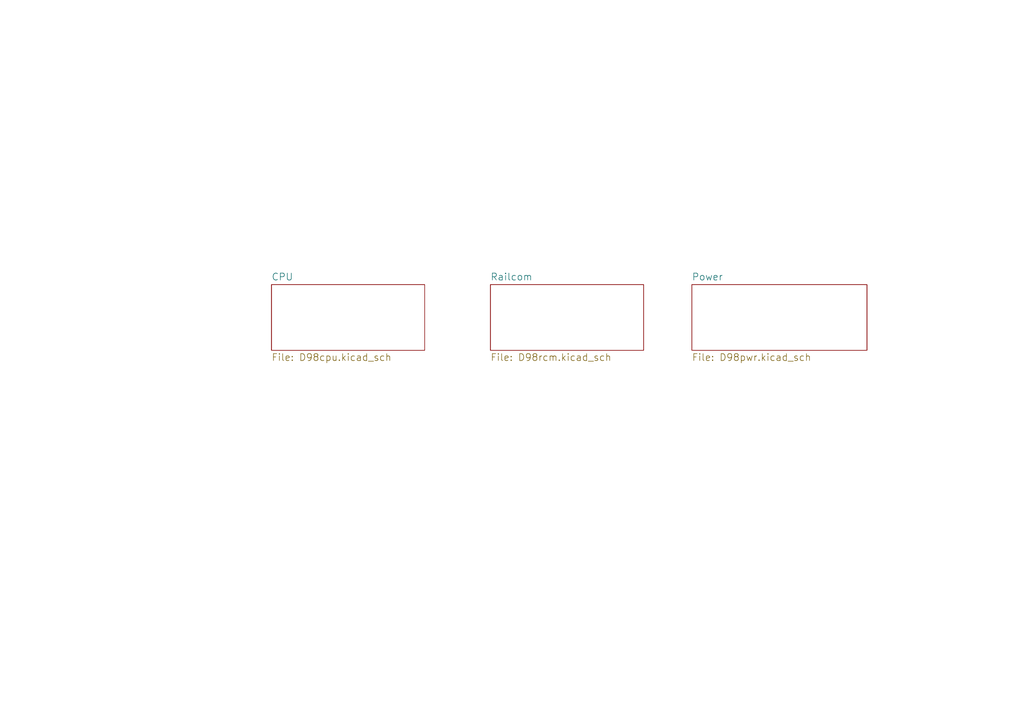
<source format=kicad_sch>
(kicad_sch
	(version 20250114)
	(generator "eeschema")
	(generator_version "9.0")
	(uuid "a8d41490-499e-4a0c-9bc7-5951287860d2")
	(paper "A4")
	(title_block
		(title "RTB D98-Function NEM651 Decoder")
		(date "2026-02-20")
		(rev "0")
		(company "Frank Schumacher/Felix Schilberth")
		(comment 1 "Funktions Decoder NEM651")
		(comment 4 "Licensed under the Apache License, Version 2")
	)
	(lib_symbols)
	(sheet
		(at 78.74 82.55)
		(size 44.45 19.05)
		(exclude_from_sim no)
		(in_bom yes)
		(on_board yes)
		(dnp no)
		(fields_autoplaced yes)
		(stroke
			(width 0)
			(type solid)
		)
		(fill
			(color 0 0 0 0.0000)
		)
		(uuid "00000000-0000-0000-0000-00005b6c6b9d")
		(property "Sheetname" "CPU"
			(at 78.74 81.4701 0)
			(effects
				(font
					(size 2.0066 2.0066)
				)
				(justify left bottom)
			)
		)
		(property "Sheetfile" "D98cpu.kicad_sch"
			(at 78.74 102.4792 0)
			(effects
				(font
					(size 2.0066 2.0066)
				)
				(justify left top)
			)
		)
		(instances
			(project "D98"
				(path "/a8d41490-499e-4a0c-9bc7-5951287860d2"
					(page "2")
				)
			)
		)
	)
	(sheet
		(at 142.24 82.55)
		(size 44.45 19.05)
		(exclude_from_sim no)
		(in_bom yes)
		(on_board yes)
		(dnp no)
		(fields_autoplaced yes)
		(stroke
			(width 0)
			(type solid)
		)
		(fill
			(color 0 0 0 0.0000)
		)
		(uuid "00000000-0000-0000-0000-00005b6d3404")
		(property "Sheetname" "Railcom"
			(at 142.24 81.4701 0)
			(effects
				(font
					(size 2.0066 2.0066)
				)
				(justify left bottom)
			)
		)
		(property "Sheetfile" "D98rcm.kicad_sch"
			(at 142.24 102.4792 0)
			(effects
				(font
					(size 2.0066 2.0066)
				)
				(justify left top)
			)
		)
		(instances
			(project "D98"
				(path "/a8d41490-499e-4a0c-9bc7-5951287860d2"
					(page "3")
				)
			)
		)
	)
	(sheet
		(at 200.66 82.55)
		(size 50.8 19.05)
		(exclude_from_sim no)
		(in_bom yes)
		(on_board yes)
		(dnp no)
		(fields_autoplaced yes)
		(stroke
			(width 0)
			(type solid)
		)
		(fill
			(color 0 0 0 0.0000)
		)
		(uuid "00000000-0000-0000-0000-00005ca7768a")
		(property "Sheetname" "Power"
			(at 200.66 81.4701 0)
			(effects
				(font
					(size 2.0066 2.0066)
				)
				(justify left bottom)
			)
		)
		(property "Sheetfile" "D98pwr.kicad_sch"
			(at 200.66 102.4792 0)
			(effects
				(font
					(size 2.0066 2.0066)
				)
				(justify left top)
			)
		)
		(instances
			(project "D98"
				(path "/a8d41490-499e-4a0c-9bc7-5951287860d2"
					(page "4")
				)
			)
		)
	)
	(sheet_instances
		(path "/"
			(page "1")
		)
	)
	(embedded_fonts no)
)

</source>
